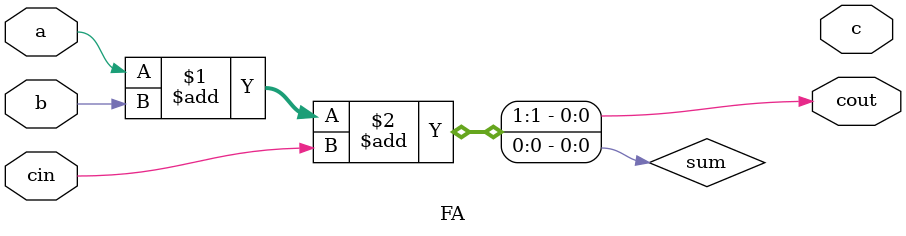
<source format=v>
module FA (
    a,
    b,
    cin,
    cout,
    c
);

    input  a ;
    input  b ;
    input  cin ;
    output cout ;
    output c ;

    wire c,cout;

    assign {cout,sum}=a+b+cin;
    
endmodule
</source>
